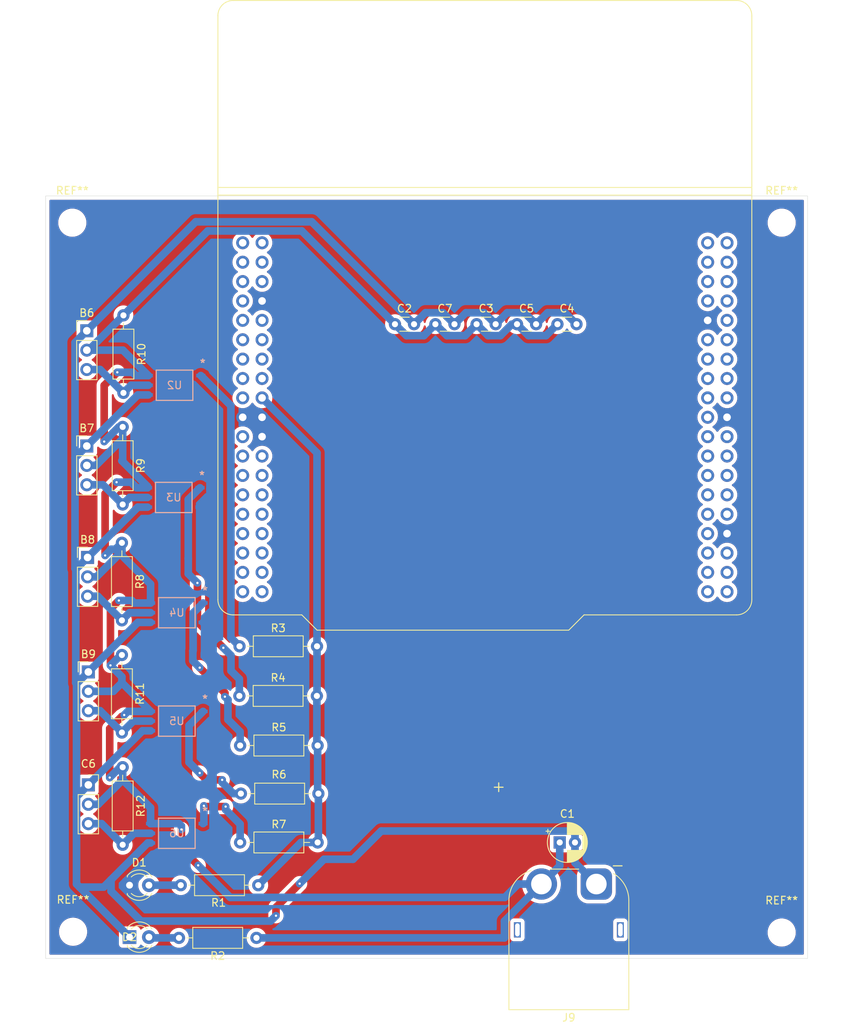
<source format=kicad_pcb>
(kicad_pcb (version 20240108) (generator "pcbnew") (generator_version "8.0")
  (layers (0 "F.Cu" signal) (31 "B.Cu" signal) (34 "B.Paste" user) (35 "F.Paste" user) (36 "B.SilkS" user "B.Silkscreen") (37 "F.SilkS" user "F.Silkscreen") (38 "B.Mask" user) (39 "F.Mask" user) (44 "Edge.Cuts" user))
  (net 0 "")
  (net 1 "GND1")
  (net 2 "VCC")
  (net 3 "PWM1")
  (net 4 "PWM2")
  (net 5 "PWM3")
  (net 6 "PWM4")
  (net 7 "PWM5")
  (net 8 "GND")
  (net 9 "Net-(D1-A)")
  (net 10 "Net-(D2-A)")
  (net 11 "+5V")
  (net 12 "Net-(R3-Pad1)")
  (net 13 "Net-(R4-Pad1)")
  (net 14 "Net-(R5-Pad1)")
  (net 15 "Net-(R6-Pad1)")
  (net 16 "Net-(R7-Pad1)")
  (net 24 "B9")
  (net 53 "B7")
  (net 62 "B8")
  (net 65 "B6")
  (net 70 "C6")
  (footprint "Connector_PinHeader_2.54mm:PinHeader_1x03_P2.54mm_Vertical" (layer "F.Cu") (at 38.7 100.26)
    (property "Reference" "B6" (at 0 -2.33 0) (layer "F.SilkS"))
    (property "Value" "servo")
    (pad "1" thru_hole rect (at 0 0) (size 1.7 1.7) (drill 1) (layers "*.Cu" "*.Mask") (net 1 "GND1"))
    (pad "2" thru_hole oval (at 0 2.54) (size 1.7 1.7) (drill 1) (layers "*.Cu" "*.Mask") (net 2 "VCC"))
    (pad "3" thru_hole oval (at 0 5.08) (size 1.7 1.7) (drill 1) (layers "*.Cu" "*.Mask") (net 3 "PWM1"))
  )
  (footprint "MountingHole:MountingHole_3.2mm_M3" (layer "F.Cu") (at 129.8 86.1)
    (property "Reference" "REF**" (at 0 -4.2 0) (layer "F.SilkS"))
    (property "Value" "MountingHole_3.2mm_M3")
    (pad "" np_thru_hole circle (at 0 0) (size 3.2 3.2) (drill 3.2) (layers "F&B.Cu" "*.Mask"))
  )
  (footprint "Capacitor_THT:C_Disc_D3.0mm_W1.6mm_P2.50mm" (layer "F.Cu") (at 89.8 99.4)
    (property "Reference" "C3" (at 1.25 -2.05 0) (layer "F.SilkS"))
    (property "Value" "0.1u")
    (pad "1" thru_hole circle (at 0 0) (size 1.6 1.6) (drill 0.8) (layers "*.Cu" "*.Mask") (net 2 "VCC"))
    (pad "2" thru_hole circle (at 2.5 0) (size 1.6 1.6) (drill 0.8) (layers "*.Cu" "*.Mask") (net 1 "GND1"))
  )
  (footprint "Resistor_THT:R_Axial_DIN0207_L6.3mm_D2.5mm_P10.16mm_Horizontal" (layer "F.Cu") (at 58.7 148.1)
    (property "Reference" "R4" (at 5.08 -2.37 0) (layer "F.SilkS"))
    (property "Value" "220")
    (pad "1" thru_hole circle (at 0 0) (size 1.6 1.6) (drill 0.8) (layers "*.Cu" "*.Mask") (net 13 "Net-(R4-Pad1)"))
    (pad "2" thru_hole oval (at 10.16 0) (size 1.6 1.6) (drill 0.8) (layers "*.Cu" "*.Mask") (net 11 "+5V"))
  )
  (footprint "Capacitor_THT:CP_Radial_D5.0mm_P2.00mm" (layer "F.Cu") (at 100.7 167.3)
    (property "Reference" "C1" (at 1 -3.75 0) (layer "F.SilkS"))
    (property "Value" "C_Polarized")
    (pad "1" thru_hole rect (at 0 0) (size 1.6 1.6) (drill 0.8) (layers "*.Cu" "*.Mask") (net 2 "VCC"))
    (pad "2" thru_hole circle (at 2 0) (size 1.6 1.6) (drill 0.8) (layers "*.Cu" "*.Mask") (net 1 "GND1"))
  )
  (footprint "Connector_PinHeader_2.54mm:PinHeader_1x03_P2.54mm_Vertical" (layer "F.Cu") (at 38.9 144.96)
    (property "Reference" "B9" (at 0 -2.33 0) (layer "F.SilkS"))
    (property "Value" "servo")
    (pad "1" thru_hole rect (at 0 0) (size 1.7 1.7) (drill 1) (layers "*.Cu" "*.Mask") (net 1 "GND1"))
    (pad "2" thru_hole oval (at 0 2.54) (size 1.7 1.7) (drill 1) (layers "*.Cu" "*.Mask") (net 2 "VCC"))
    (pad "3" thru_hole oval (at 0 5.08) (size 1.7 1.7) (drill 1) (layers "*.Cu" "*.Mask") (net 6 "PWM4"))
  )
  (footprint "Resistor_THT:R_Axial_DIN0207_L6.3mm_D2.5mm_P10.16mm_Horizontal" (layer "F.Cu") (at 43.3 142.74 -90)
    (property "Reference" "R11" (at 5.08 -2.37 90) (layer "F.SilkS"))
    (property "Value" "2k")
    (pad "1" thru_hole circle (at 0 0 270) (size 1.6 1.6) (drill 0.8) (layers "*.Cu" "*.Mask") (net 2 "VCC"))
    (pad "2" thru_hole oval (at 10.16 0 270) (size 1.6 1.6) (drill 0.8) (layers "*.Cu" "*.Mask") (net 6 "PWM4"))
  )
  (footprint "NUCLEO_F446RE:STM32F446RE_Nucleo" (layer "F.Cu") (at 89.8 109.9)
    (property "Reference" "U1" (hide yes))
    (property "Value" "~" (hide yes))
    (pad "1" thru_hole circle (at -28.124214 -5.924214) (size 1.7 1.7) (drill 1) (layers "*.Cu" "*.Mask"))
    (pad "2" thru_hole circle (at -30.664214 -13.544214) (size 1.7 1.7) (drill 1) (layers "*.Cu" "*.Mask"))
    (pad "3" thru_hole circle (at -28.124214 -8.464214) (size 1.7 1.7) (drill 1) (layers "*.Cu" "*.Mask"))
    (pad "4" thru_hole circle (at 30.295786 -13.544214) (size 1.7 1.7) (drill 1) (layers "*.Cu" "*.Mask"))
    (pad "5" thru_hole circle (at -30.664214 -16.084214) (size 1.7 1.7) (drill 1) (layers "*.Cu" "*.Mask"))
    (pad "6" thru_hole circle (at -30.664214 19.475786) (size 1.7 1.7) (drill 1) (layers "*.Cu" "*.Mask"))
    (pad "7" thru_hole circle (at -28.124214 6.775786) (size 1.7 1.7) (drill 1) (layers "*.Cu" "*.Mask"))
    (pad "8" thru_hole circle (at 32.835786 -13.544214) (size 1.7 1.7) (drill 1) (layers "*.Cu" "*.Mask"))
    (pad "9" thru_hole circle (at -28.124214 -16.084214) (size 1.7 1.7) (drill 1) (layers "*.Cu" "*.Mask"))
    (pad "10" thru_hole circle (at -28.124214 -0.844214) (size 1.7 1.7) (drill 1) (layers "*.Cu" "*.Mask") (net 11 "+5V"))
    (pad "11" thru_hole circle (at -28.124214 -3.384214) (size 1.7 1.7) (drill 1) (layers "*.Cu" "*.Mask"))
    (pad "12" thru_hole circle (at -28.124214 11.855786) (size 1.7 1.7) (drill 1) (layers "*.Cu" "*.Mask"))
    (pad "13" thru_hole circle (at -28.124214 14.395786) (size 1.7 1.7) (drill 1) (layers "*.Cu" "*.Mask"))
    (pad "14" thru_hole circle (at 30.295786 22.015786) (size 1.7 1.7) (drill 1) (layers "*.Cu" "*.Mask"))
    (pad "15" thru_hole circle (at 30.295786 24.555786) (size 1.7 1.7) (drill 1) (layers "*.Cu" "*.Mask"))
    (pad "16" thru_hole circle (at -28.124214 16.935786) (size 1.7 1.7) (drill 1) (layers "*.Cu" "*.Mask"))
    (pad "17" thru_hole circle (at 30.295786 -8.464214) (size 1.7 1.7) (drill 1) (layers "*.Cu" "*.Mask"))
    (pad "18" thru_hole circle (at 30.295786 -5.924214) (size 1.7 1.7) (drill 1) (layers "*.Cu" "*.Mask"))
    (pad "19" thru_hole circle (at 30.295786 -3.384214) (size 1.7 1.7) (drill 1) (layers "*.Cu" "*.Mask"))
    (pad "20" thru_hole circle (at 30.295786 6.775786) (size 1.7 1.7) (drill 1) (layers "*.Cu" "*.Mask"))
    (pad "21" thru_hole circle (at 30.295786 4.235786) (size 1.7 1.7) (drill 1) (layers "*.Cu" "*.Mask"))
    (pad "22" thru_hole circle (at 30.295786 19.475786) (size 1.7 1.7) (drill 1) (layers "*.Cu" "*.Mask"))
    (pad "23" thru_hole circle (at 32.835786 -5.924214) (size 1.7 1.7) (drill 1) (layers "*.Cu" "*.Mask"))
    (pad "24" thru_hole circle (at 32.835786 -8.464214) (size 1.7 1.7) (drill 1) (layers "*.Cu" "*.Mask"))
    (pad "25" thru_hole circle (at -30.664214 -5.924214) (size 1.7 1.7) (drill 1) (layers "*.Cu" "*.Mask"))
    (pad "26" thru_hole circle (at -30.664214 -3.384214) (size 1.7 1.7) (drill 1) (layers "*.Cu" "*.Mask"))
    (pad "27" thru_hole circle (at -30.664214 -0.844214) (size 1.7 1.7) (drill 1) (layers "*.Cu" "*.Mask"))
    (pad "28" thru_hole circle (at -28.124214 -18.624214) (size 1.7 1.7) (drill 1) (layers "*.Cu" "*.Mask"))
    (pad "29" thru_hole circle (at -30.664214 14.395786) (size 1.7 1.7) (drill 1) (layers "*.Cu" "*.Mask"))
    (pad "30" thru_hole circle (at -30.664214 16.935786) (size 1.7 1.7) (drill 1) (layers "*.Cu" "*.Mask"))
    (pad "31" thru_hole circle (at -28.124214 19.475786) (size 1.7 1.7) (drill 1) (layers "*.Cu" "*.Mask"))
    (pad "32" thru_hole circle (at 32.835786 6.775786) (size 1.7 1.7) (drill 1) (layers "*.Cu" "*.Mask"))
    (pad "33" thru_hole circle (at 32.835786 4.235786) (size 1.7 1.7) (drill 1) (layers "*.Cu" "*.Mask"))
    (pad "34" thru_hole circle (at 30.295786 16.935786) (size 1.7 1.7) (drill 1) (layers "*.Cu" "*.Mask"))
    (pad "35" thru_hole circle (at 30.295786 11.855786) (size 1.7 1.7) (drill 1) (layers "*.Cu" "*.Mask"))
    (pad "36" thru_hole circle (at 30.295786 14.395786) (size 1.7 1.7) (drill 1) (layers "*.Cu" "*.Mask"))
    (pad "37" thru_hole circle (at 30.295786 -0.844214) (size 1.7 1.7) (drill 1) (layers "*.Cu" "*.Mask") (net 65 "B6"))
    (pad "38" thru_hole circle (at -30.664214 4.235786) (size 1.7 1.7) (drill 1) (layers "*.Cu" "*.Mask") (net 53 "B7"))
    (pad "39" thru_hole circle (at 30.295786 -18.624214) (size 1.7 1.7) (drill 1) (layers "*.Cu" "*.Mask") (net 62 "B8"))
    (pad "40" thru_hole circle (at 30.295786 -16.084214) (size 1.7 1.7) (drill 1) (layers "*.Cu" "*.Mask") (net 24 "B9"))
    (pad "41" thru_hole circle (at 30.295786 9.315786) (size 1.7 1.7) (drill 1) (layers "*.Cu" "*.Mask"))
    (pad "42" thru_hole circle (at 32.835786 -3.384214) (size 1.7 1.7) (drill 1) (layers "*.Cu" "*.Mask"))
    (pad "43" thru_hole circle (at 32.835786 14.395786) (size 1.7 1.7) (drill 1) (layers "*.Cu" "*.Mask"))
    (pad "44" thru_hole circle (at 32.835786 11.855786) (size 1.7 1.7) (drill 1) (layers "*.Cu" "*.Mask"))
    (pad "45" thru_hole circle (at 32.835786 9.315786) (size 1.7 1.7) (drill 1) (layers "*.Cu" "*.Mask"))
    (pad "46" thru_hole circle (at -28.124214 24.555786) (size 1.7 1.7) (drill 1) (layers "*.Cu" "*.Mask"))
    (pad "47" thru_hole circle (at -28.124214 22.015786) (size 1.7 1.7) (drill 1) (layers "*.Cu" "*.Mask"))
    (pad "48" thru_hole circle (at -30.664214 22.015786) (size 1.7 1.7) (drill 1) (layers "*.Cu" "*.Mask"))
    (pad "49" thru_hole circle (at -30.664214 24.555786) (size 1.7 1.7) (drill 1) (layers "*.Cu" "*.Mask"))
    (pad "50" thru_hole circle (at 32.835786 19.475786) (size 1.7 1.7) (drill 1) (layers "*.Cu" "*.Mask"))
    (pad "51" thru_hole circle (at 32.835786 -16.084214) (size 1.7 1.7) (drill 1) (layers "*.Cu" "*.Mask"))
    (pad "52" thru_hole circle (at 32.835786 -18.624214) (size 1.7 1.7) (drill 1) (layers "*.Cu" "*.Mask") (net 70 "C6"))
    (pad "53" thru_hole circle (at 30.295786 1.695786) (size 1.7 1.7) (drill 1) (layers "*.Cu" "*.Mask"))
    (pad "54" thru_hole circle (at 32.835786 -21.164214) (size 1.7 1.7) (drill 1) (layers "*.Cu" "*.Mask"))
    (pad "55" thru_hole circle (at 30.295786 -21.164214) (size 1.7 1.7) (drill 1) (layers "*.Cu" "*.Mask"))
    (pad "56" thru_hole circle (at -30.664214 -21.164214) (size 1.7 1.7) (drill 1) (layers "*.Cu" "*.Mask"))
    (pad "57" thru_hole circle (at -28.124214 -21.164214) (size 1.7 1.7) (drill 1) (layers "*.Cu" "*.Mask"))
    (pad "58" thru_hole circle (at -30.664214 -18.624214) (size 1.7 1.7) (drill 1) (layers "*.Cu" "*.Mask"))
    (pad "59" thru_hole circle (at -30.664214 6.775786) (size 1.7 1.7) (drill 1) (layers "*.Cu" "*.Mask"))
    (pad "60" thru_hole circle (at -30.664214 9.315786) (size 1.7 1.7) (drill 1) (layers "*.Cu" "*.Mask"))
    (pad "61" thru_hole circle (at -30.664214 11.855786) (size 1.7 1.7) (drill 1) (layers "*.Cu" "*.Mask"))
    (pad "62" thru_hole circle (at -30.664214 1.695786) (size 1.7 1.7) (drill 1) (layers "*.Cu" "*.Mask") (net 8 "GND"))
    (pad "62" thru_hole circle (at -28.124214 -13.544214) (size 1.7 1.7) (drill 1) (layers "*.Cu" "*.Mask") (net 8 "GND"))
    (pad "62" thru_hole circle (at -28.124214 1.695786) (size 1.7 1.7) (drill 1) (layers "*.Cu" "*.Mask") (net 8 "GND"))
    (pad "62" thru_hole circle (at -28.124214 4.235786) (size 1.7 1.7) (drill 1) (layers "*.Cu" "*.Mask") (net 8 "GND"))
    (pad "62" thru_hole circle (at 30.295786 -11.004214) (size 1.7 1.7) (drill 1) (layers "*.Cu" "*.Mask") (net 8 "GND"))
    (pad "62" thru_hole circle (at 32.835786 1.695786) (size 1.7 1.7) (drill 1) (layers "*.Cu" "*.Mask") (net 8 "GND"))
    (pad "62" thru_hole circle (at 32.835786 16.935786) (size 1.7 1.7) (drill 1) (layers "*.Cu" "*.Mask") (net 8 "GND"))
    (pad "63" thru_hole circle (at -30.664214 -8.464214) (size 1.7 1.7) (drill 1) (layers "*.Cu" "*.Mask"))
    (pad "64" thru_hole circle (at -28.124214 -11.004214) (size 1.7 1.7) (drill 1) (layers "*.Cu" "*.Mask"))
    (pad "65" thru_hole circle (at -30.664214 -11.004214) (size 1.7 1.7) (drill 1) (layers "*.Cu" "*.Mask"))
    (pad "66" thru_hole circle (at -28.124214 9.315786) (size 1.7 1.7) (drill 1) (layers "*.Cu" "*.Mask"))
    (pad "67" thru_hole circle (at 32.835786 -11.004214) (size 1.7 1.7) (drill 1) (layers "*.Cu" "*.Mask"))
    (pad "68" thru_hole circle (at 32.835786 -0.844214) (size 1.7 1.7) (drill 1) (layers "*.Cu" "*.Mask"))
    (pad "69" thru_hole circle (at 32.835786 22.015786) (size 1.7 1.7) (drill 1) (layers "*.Cu" "*.Mask"))
    (pad "70" thru_hole circle (at 32.835786 24.555786) (size 1.7 1.7) (drill 1) (layers "*.Cu" "*.Mask"))
  )
  (footprint "Connector_PinHeader_2.54mm:PinHeader_1x03_P2.54mm_Vertical" (layer "F.Cu") (at 38.8 129.96)
    (property "Reference" "B8" (at 0 -2.33 0) (layer "F.SilkS"))
    (property "Value" "servo")
    (pad "1" thru_hole rect (at 0 0) (size 1.7 1.7) (drill 1) (layers "*.Cu" "*.Mask") (net 1 "GND1"))
    (pad "2" thru_hole oval (at 0 2.54) (size 1.7 1.7) (drill 1) (layers "*.Cu" "*.Mask") (net 2 "VCC"))
    (pad "3" thru_hole oval (at 0 5.08) (size 1.7 1.7) (drill 1) (layers "*.Cu" "*.Mask") (net 5 "PWM3"))
  )
  (footprint "Connector_AMASS:AMASS_XT60PW-M_1x02_P7.20mm_Horizontal" (layer "F.Cu") (at 105.5 172.75 180)
    (property "Reference" "J9" (at 3.6 -17.5 0) (layer "F.SilkS"))
    (property "Value" "power" (hide yes))
    (fp_text user "-" (at -2.8 2.5 0) (layer "F.SilkS") (effects (font (size 1.5 1.5))))
    (fp_text user "+" (at 12.8 12.8 0) (layer "F.SilkS") (effects (font (size 1.5 1.5))))
    (pad "" thru_hole rect (at -3.15 -6 180) (size 0.9 2) (drill oval 0.6 1.7) (layers "*.Cu" "*.Mask"))
    (pad "" thru_hole rect (at 10.35 -6 180) (size 0.9 2) (drill oval 0.6 1.7) (layers "*.Cu" "*.Mask"))
    (pad "1" thru_hole roundrect (at 0 0 180) (size 4.1 4.1) (drill 2.7) (layers "*.Cu" "*.Mask") (net 1 "GND1"))
    (pad "2" thru_hole circle (at 7.2 0 180) (size 4.1 4.1) (drill 2.7) (layers "*.Cu" "*.Mask") (net 2 "VCC"))
  )
  (footprint "Resistor_THT:R_Axial_DIN0207_L6.3mm_D2.5mm_P10.16mm_Horizontal" (layer "F.Cu") (at 60.94 179.8 180)
    (property "Reference" "R2" (at 5.08 -2.37 0) (layer "F.SilkS"))
    (property "Value" "220")
    (pad "1" thru_hole circle (at 0 0 180) (size 1.6 1.6) (drill 0.8) (layers "*.Cu" "*.Mask") (net 2 "VCC"))
    (pad "2" thru_hole oval (at 10.16 0 180) (size 1.6 1.6) (drill 0.8) (layers "*.Cu" "*.Mask") (net 10 "Net-(D2-A)"))
  )
  (footprint "Resistor_THT:R_Axial_DIN0207_L6.3mm_D2.5mm_P10.16mm_Horizontal" (layer "F.Cu") (at 58.8 154.6)
    (property "Reference" "R5" (at 5.08 -2.37 0) (layer "F.SilkS"))
    (property "Value" "220")
    (pad "1" thru_hole circle (at 0 0) (size 1.6 1.6) (drill 0.8) (layers "*.Cu" "*.Mask") (net 14 "Net-(R5-Pad1)"))
    (pad "2" thru_hole oval (at 10.16 0) (size 1.6 1.6) (drill 0.8) (layers "*.Cu" "*.Mask") (net 11 "+5V"))
  )
  (footprint "LED_THT:LED_D3.0mm" (layer "F.Cu") (at 44.3 172.9)
    (property "Reference" "D1" (at 1.27 -2.96 0) (layer "F.SilkS"))
    (property "Value" "LED")
    (pad "1" thru_hole rect (at 0 0) (size 1.8 1.8) (drill 0.9) (layers "*.Cu" "*.Mask") (net 8 "GND"))
    (pad "2" thru_hole circle (at 2.54 0) (size 1.8 1.8) (drill 0.9) (layers "*.Cu" "*.Mask") (net 9 "Net-(D1-A)"))
  )
  (footprint "Resistor_THT:R_Axial_DIN0207_L6.3mm_D2.5mm_P10.16mm_Horizontal" (layer "F.Cu") (at 43.3 128.04 -90)
    (property "Reference" "R8" (at 5.08 -2.37 90) (layer "F.SilkS"))
    (property "Value" "2k")
    (pad "1" thru_hole circle (at 0 0 270) (size 1.6 1.6) (drill 0.8) (layers "*.Cu" "*.Mask") (net 2 "VCC"))
    (pad "2" thru_hole oval (at 10.16 0 270) (size 1.6 1.6) (drill 0.8) (layers "*.Cu" "*.Mask") (net 5 "PWM3"))
  )
  (footprint "Resistor_THT:R_Axial_DIN0207_L6.3mm_D2.5mm_P10.16mm_Horizontal" (layer "F.Cu") (at 43.4 157.44 -90)
    (property "Reference" "R12" (at 5.08 -2.37 90) (layer "F.SilkS"))
    (property "Value" "2k")
    (pad "1" thru_hole circle (at 0 0 270) (size 1.6 1.6) (drill 0.8) (layers "*.Cu" "*.Mask") (net 2 "VCC"))
    (pad "2" thru_hole oval (at 10.16 0 270) (size 1.6 1.6) (drill 0.8) (layers "*.Cu" "*.Mask") (net 7 "PWM5"))
  )
  (footprint "Resistor_THT:R_Axial_DIN0207_L6.3mm_D2.5mm_P10.16mm_Horizontal" (layer "F.Cu") (at 58.72 141.6)
    (property "Reference" "R3" (at 5.08 -2.37 0) (layer "F.SilkS"))
    (property "Value" "220")
    (pad "1" thru_hole circle (at 0 0) (size 1.6 1.6) (drill 0.8) (layers "*.Cu" "*.Mask") (net 12 "Net-(R3-Pad1)"))
    (pad "2" thru_hole oval (at 10.16 0) (size 1.6 1.6) (drill 0.8) (layers "*.Cu" "*.Mask") (net 11 "+5V"))
  )
  (footprint "Connector_PinHeader_2.54mm:PinHeader_1x03_P2.54mm_Vertical" (layer "F.Cu") (at 38.7 115.36)
    (property "Reference" "B7" (at 0 -2.33 0) (layer "F.SilkS"))
    (property "Value" "servo")
    (pad "1" thru_hole rect (at 0 0) (size 1.7 1.7) (drill 1) (layers "*.Cu" "*.Mask") (net 1 "GND1"))
    (pad "2" thru_hole oval (at 0 2.54) (size 1.7 1.7) (drill 1) (layers "*.Cu" "*.Mask") (net 2 "VCC"))
    (pad "3" thru_hole oval (at 0 5.08) (size 1.7 1.7) (drill 1) (layers "*.Cu" "*.Mask") (net 4 "PWM2"))
  )
  (footprint "Resistor_THT:R_Axial_DIN0207_L6.3mm_D2.5mm_P10.16mm_Horizontal" (layer "F.Cu") (at 43.5 98.24 -90)
    (property "Reference" "R10" (at 5.08 -2.37 90) (layer "F.SilkS"))
    (property "Value" "2k")
    (pad "1" thru_hole circle (at 0 0 270) (size 1.6 1.6) (drill 0.8) (layers "*.Cu" "*.Mask") (net 2 "VCC"))
    (pad "2" thru_hole oval (at 10.16 0 270) (size 1.6 1.6) (drill 0.8) (layers "*.Cu" "*.Mask") (net 3 "PWM1"))
  )
  (footprint "MountingHole:MountingHole_3.2mm_M3" (layer "F.Cu") (at 36.8 86.1)
    (property "Reference" "REF**" (at 0 -4.2 0) (layer "F.SilkS"))
    (property "Value" "MountingHole_3.2mm_M3")
    (pad "" np_thru_hole circle (at 0 0) (size 3.2 3.2) (drill 3.2) (layers "*.Cu" "*.Mask"))
  )
  (footprint "Capacitor_THT:C_Disc_D3.0mm_W1.6mm_P2.50mm" (layer "F.Cu") (at 100.4 99.4)
    (property "Reference" "C4" (at 1.25 -2.05 0) (layer "F.SilkS"))
    (property "Value" "0.1u")
    (pad "1" thru_hole circle (at 0 0) (size 1.6 1.6) (drill 0.8) (layers "*.Cu" "*.Mask") (net 2 "VCC"))
    (pad "2" thru_hole circle (at 2.5 0) (size 1.6 1.6) (drill 0.8) (layers "*.Cu" "*.Mask") (net 1 "GND1"))
  )
  (footprint "Capacitor_THT:C_Disc_D3.0mm_W1.6mm_P2.50mm" (layer "F.Cu") (at 84.4 99.4)
    (property "Reference" "C7" (at 1.25 -2.05 0) (layer "F.SilkS"))
    (property "Value" "0.1u")
    (pad "1" thru_hole circle (at 0 0) (size 1.6 1.6) (drill 0.8) (layers "*.Cu" "*.Mask") (net 2 "VCC"))
    (pad "2" thru_hole circle (at 2.5 0) (size 1.6 1.6) (drill 0.8) (layers "*.Cu" "*.Mask") (net 1 "GND1"))
  )
  (footprint "Resistor_THT:R_Axial_DIN0207_L6.3mm_D2.5mm_P10.16mm_Horizontal" (layer "F.Cu") (at 58.8 167.3)
    (property "Reference" "R7" (at 5.08 -2.37 0) (layer "F.SilkS"))
    (property "Value" "220")
    (pad "1" thru_hole circle (at 0 0) (size 1.6 1.6) (drill 0.8) (layers "*.Cu" "*.Mask") (net 16 "Net-(R7-Pad1)"))
    (pad "2" thru_hole oval (at 10.16 0) (size 1.6 1.6) (drill 0.8) (layers "*.Cu" "*.Mask") (net 11 "+5V"))
  )
  (footprint "Connector_PinSocket_2.54mm:PinSocket_1x03_P2.54mm_Vertical" (layer "F.Cu") (at 38.9 159.76)
    (property "Reference" "C6" (at 0 -2.77 0) (layer "F.SilkS"))
    (property "Value" "servo")
    (pad "1" thru_hole rect (at 0 0) (size 1.7 1.7) (drill 1) (layers "*.Cu" "*.Mask") (net 1 "GND1"))
    (pad "2" thru_hole oval (at 0 2.54) (size 1.7 1.7) (drill 1) (layers "*.Cu" "*.Mask") (net 2 "VCC"))
    (pad "3" thru_hole oval (at 0 5.08) (size 1.7 1.7) (drill 1) (layers "*.Cu" "*.Mask") (net 7 "PWM5"))
  )
  (footprint "MountingHole:MountingHole_3.2mm_M3" (layer "F.Cu") (at 36.9 179)
    (property "Reference" "REF**" (at 0 -4.2 0) (layer "F.SilkS"))
    (property "Value" "MountingHole_3.2mm_M3")
    (pad "" np_thru_hole circle (at 0 0) (size 3.2 3.2) (drill 3.2) (layers "F&B.Cu" "*.Mask"))
  )
  (footprint "Capacitor_THT:C_Disc_D3.0mm_W1.6mm_P2.50mm" (layer "F.Cu") (at 95.1 99.4)
    (property "Reference" "C5" (at 1.25 -2.05 0) (layer "F.SilkS"))
    (property "Value" "0.1u")
    (pad "1" thru_hole circle (at 0 0) (size 1.6 1.6) (drill 0.8) (layers "*.Cu" "*.Mask") (net 2 "VCC"))
    (pad "2" thru_hole circle (at 2.5 0) (size 1.6 1.6) (drill 0.8) (layers "*.Cu" "*.Mask") (net 1 "GND1"))
  )
  (footprint "LED_THT:LED_D3.0mm" (layer "F.Cu") (at 44.3 179.7)
    (property "Reference" "D2" (at 0 0 0) (layer "F.SilkS"))
    (property "Value" "LED")
    (pad "1" thru_hole rect (at 0 0) (size 1.8 1.8) (drill 0.9) (layers "*.Cu" "*.Mask") (net 1 "GND1"))
    (pad "2" thru_hole circle (at 2.54 0) (size 1.8 1.8) (drill 0.9) (layers "*.Cu" "*.Mask") (net 10 "Net-(D2-A)"))
  )
  (footprint "Resistor_THT:R_Axial_DIN0207_L6.3mm_D2.5mm_P10.16mm_Horizontal" (layer "F.Cu") (at 43.4 112.86 -90)
    (property "Reference" "R9" (at 5.08 -2.37 90) (layer "F.SilkS"))
    (property "Value" "2k")
    (pad "1" thru_hole circle (at 0 0 270) (size 1.6 1.6) (drill 0.8) (layers "*.Cu" "*.Mask") (net 2 "VCC"))
    (pad "2" thru_hole oval (at 10.16 0 270) (size 1.6 1.6) (drill 0.8) (layers "*.Cu" "*.Mask") (net 4 "PWM2"))
  )
  (footprint "Resistor_THT:R_Axial_DIN0207_L6.3mm_D2.5mm_P10.16mm_Horizontal" (layer "F.Cu") (at 61.175 172.9 180)
    (property "Reference" "R1" (at 5.2 -2.3 0) (layer "F.SilkS"))
    (property "Value" "220")
    (pad "1" thru_hole circle (at 0 0 180) (size 1.6 1.6) (drill 0.8) (layers "*.Cu" "*.Mask") (net 11 "+5V"))
    (pad "2" thru_hole oval (at 10.16 0 180) (size 1.6 1.6) (drill 0.8) (layers "*.Cu" "*.Mask") (net 9 "Net-(D1-A)"))
  )
  (footprint "Capacitor_THT:C_Disc_D3.0mm_W1.6mm_P2.50mm" (layer "F.Cu") (at 79.1 99.4)
    (property "Reference" "C2" (at 1.25 -2.05 0) (layer "F.SilkS"))
    (property "Value" "0.1u")
    (pad "1" thru_hole circle (at 0 0) (size 1.6 1.6) (drill 0.8) (layers "*.Cu" "*.Mask") (net 2 "VCC"))
    (pad "2" thru_hole circle (at 2.5 0) (size 1.6 1.6) (drill 0.8) (layers "*.Cu" "*.Mask") (net 1 "GND1"))
  )
  (footprint "MountingHole:MountingHole_3.2mm_M3" (layer "F.Cu") (at 129.8 179.1)
    (property "Reference" "REF**" (at 0 -4.2 0) (layer "F.SilkS"))
    (property "Value" "MountingHole_3.2mm_M3")
    (pad "" np_thru_hole circle (at 0 0) (size 3.2 3.2) (drill 3.2) (layers "F&B.Cu" "*.Mask"))
  )
  (footprint "Resistor_THT:R_Axial_DIN0207_L6.3mm_D2.5mm_P10.16mm_Horizontal" (layer "F.Cu") (at 58.9 160.9)
    (property "Reference" "R6" (at 5 -2.5 0) (layer "F.SilkS"))
    (property "Value" "220")
    (pad "1" thru_hole circle (at 0 0) (size 1.6 1.6) (drill 0.8) (layers "*.Cu" "*.Mask") (net 15 "Net-(R6-Pad1)"))
    (pad "2" thru_hole oval (at 10.16 0) (size 1.6 1.6) (drill 0.8) (layers "*.Cu" "*.Mask") (net 11 "+5V"))
  )
  (footprint "footprints:5pin SO6_TOS" (layer "B.Cu") (at 50.2 107.4 180)
    (property "Reference" "U2" (at 0 0 0) (layer "B.SilkS") (effects (justify mirror)))
    (property "Value" "TLP2304")
    (fp_text user "*" (at -3.6957 2.879344 0) (layer "B.SilkS") (effects (justify mirror)))
    (fp_text user "*" (at -3.6957 2.879344 0) (layer "B.SilkS") (effects (justify mirror)))
    (pad "1" smd rect (at -3.4417 1.27 180) (size 1.208024 0.466344) (layers "B.Cu" "B.Paste" "B.Mask") (net 12 "Net-(R3-Pad1)"))
    (pad "3" smd rect (at -3.4417 -1.27 180) (size 1.208024 0.466344) (layers "B.Cu" "B.Paste" "B.Mask") (net 8 "GND"))
    (pad "4" smd rect (at 3.4417 -1.27 180) (size 1.208024 0.466344) (layers "B.Cu" "B.Paste" "B.Mask") (net 1 "GND1"))
    (pad "5" smd rect (at 3.4417 0 180) (size 1.208024 0.466344) (layers "B.Cu" "B.Paste" "B.Mask") (net 3 "PWM1"))
    (pad "6" smd rect (at 3.4417 1.27 180) (size 1.208024 0.466344) (layers "B.Cu" "B.Paste" "B.Mask") (net 2 "VCC"))
  )
  (footprint "footprints:5pin SO6_TOS" (layer "B.Cu") (at 50.1 122.1 180)
    (property "Reference" "U3" (at 0 0 0) (layer "B.SilkS") (effects (justify mirror)))
    (property "Value" "TLP2304")
    (fp_text user "*" (at -3.6957 2.879344 0) (layer "B.SilkS") (effects (justify mirror)))
    (fp_text user "*" (at -3.6957 2.879344 0) (layer "B.SilkS") (effects (justify mirror)))
    (pad "1" smd rect (at -3.4417 1.27 180) (size 1.208024 0.466344) (layers "B.Cu" "B.Paste" "B.Mask") (net 13 "Net-(R4-Pad1)"))
    (pad "3" smd rect (at -3.4417 -1.27 180) (size 1.208024 0.466344) (layers "B.Cu" "B.Paste" "B.Mask") (net 8 "GND"))
    (pad "4" smd rect (at 3.4417 -1.27 180) (size 1.208024 0.466344) (layers "B.Cu" "B.Paste" "B.Mask") (net 1 "GND1"))
    (pad "5" smd rect (at 3.4417 0 180) (size 1.208024 0.466344) (layers "B.Cu" "B.Paste" "B.Mask") (net 4 "PWM2"))
    (pad "6" smd rect (at 3.4417 1.27 180) (size 1.208024 0.466344) (layers "B.Cu" "B.Paste" "B.Mask") (net 2 "VCC"))
  )
  (footprint "footprints:5pin SO6_TOS" (layer "B.Cu") (at 50.5 151.4 180)
    (property "Reference" "U5" (at 0 0 0) (layer "B.SilkS") (effects (justify mirror)))
    (property "Value" "TLP2304")
    (fp_text user "*" (at -3.6957 2.879344 0) (layer "B.SilkS") (effects (justify mirror)))
    (fp_text user "*" (at -3.6957 2.879344 0) (layer "B.SilkS") (effects (justify mirror)))
    (pad "1" smd rect (at -3.4417 1.27 180) (size 1.208024 0.466344) (layers "B.Cu" "B.Paste" "B.Mask") (net 15 "Net-(R6-Pad1)"))
    (pad "3" smd rect (at -3.4417 -1.27 180) (size 1.208024 0.466344) (layers "B.Cu" "B.Paste" "B.Mask") (net 8 "GND"))
    (pad "4" smd rect (at 3.4417 -1.27 180) (size 1.208024 0.466344) (layers "B.Cu" "B.Paste" "B.Mask") (net 1 "GND1"))
    (pad "5" smd rect (at 3.4417 0 180) (size 1.208024 0.466344) (layers "B.Cu" "B.Paste" "B.Mask") (net 6 "PWM4"))
    (pad "6" smd rect (at 3.4417 1.27 180) (size 1.208024 0.466344) (layers "B.Cu" "B.Paste" "B.Mask") (net 2 "VCC"))
  )
  (footprint "footprints:5pin SO6_TOS" (layer "B.Cu") (at 50.5 137.2 180)
    (property "Reference" "U4" (at 0 0 0) (layer "B.SilkS") (effects (justify mirror)))
    (property "Value" "TLP2304")
    (fp_text user "*" (at -3.6957 2.879344 0) (layer "B.SilkS") (effects (justify mirror)))
    (fp_text user "*" (at -3.6957 2.879344 0) (layer "B.SilkS") (effects (justify mirror)))
    (pad "1" smd rect (at -3.4417 1.27 180) (size 1.208024 0.466344) (layers "B.Cu" "B.Paste" "B.Mask") (net 14 "Net-(R5-Pad1)"))
    (pad "3" smd rect (at -3.4417 -1.27 180) (size 1.208024 0.466344) (layers "B.Cu" "B.Paste" "B.Mask") (net 8 "GND"))
    (pad "4" smd rect (at 3.4417 -1.27 180) (size 1.208024 0.466344) (layers "B.Cu" "B.Paste" "B.Mask") (net 1 "GND1"))
    (pad "5" smd rect (at 3.4417 0 180) (size 1.208024 0.466344) (layers "B.Cu" "B.Paste" "B.Mask") (net 5 "PWM3"))
    (pad "6" smd rect (at 3.4417 1.27 180) (size 1.208024 0.466344) (layers "B.Cu" "B.Paste" "B.Mask") (net 2 "VCC"))
  )
  (footprint "footprints:5pin SO6_TOS" (layer "B.Cu") (at 50.5 166.1 180)
    (property "Reference" "U6" (at 0 0 0) (layer "B.SilkS") (effects (justify mirror)))
    (property "Value" "TLP2304")
    (fp_text user "*" (at -3.6957 2.879344 0) (layer "B.SilkS") (effects (justify mirror)))
    (fp_text user "*" (at -3.6957 2.879344 0) (layer "B.SilkS") (effects (justify mirror)))
    (pad "1" smd rect (at -3.4417 1.27 180) (size 1.208024 0.466344) (layers "B.Cu" "B.Paste" "B.Mask") (net 16 "Net-(R7-Pad1)"))
    (pad "3" smd rect (at -3.4417 -1.27 180) (size 1.208024 0.466344) (layers "B.Cu" "B.Paste" "B.Mask") (net 8 "GND"))
    (pad "4" smd rect (at 3.4417 -1.27 180) (size 1.208024 0.466344) (layers "B.Cu" "B.Paste" "B.Mask") (net 1 "GND1"))
    (pad "5" smd rect (at 3.4417 0 180) (size 1.208024 0.466344) (layers "B.Cu" "B.Paste" "B.Mask") (net 7 "PWM5"))
    (pad "6" smd rect (at 3.4417 1.27 180) (size 1.208024 0.466344) (layers "B.Cu" "B.Paste" "B.Mask") (net 2 "VCC"))
  )
  (gr_rect (start 33.3 82.6) (end 133.2 182.5) (stroke (width 0.05)) (fill none) (layer "Edge.Cuts"))
  (segment (start 63.5 175.8) (end 66.6 172.7) (width 1) (layer "F.Cu") (net 1))
  (segment (start 63.5 176.9) (end 63.5 175.8) (width 1) (layer "F.Cu") (net 1))
  (via (at 63.5 176.9) (size 0.6) (drill 0.3) (layers "F.Cu" "B.Cu") (net 1))
  (via (at 66.6 172.7) (size 0.6) (drill 0.3) (layers "F.Cu" "B.Cu") (net 1))
  (segment (start 102.7 167.3) (end 102.7 166.16863) (width 1) (layer "B.Cu") (net 1))
  (segment (start 37.75 173.15) (end 37.35 172.75) (width 1) (layer "B.Cu") (net 1))
  (segment (start 83.1 97.9) (end 81.6 99.4) (width 1) (layer "B.Cu") (net 1))
  (segment (start 97.6 99.4) (end 96.1 97.9) (width 1) (layer "B.Cu") (net 1))
  (segment (start 52.974214 85.985786) (end 38.7 100.26) (width 1) (layer "B.Cu") (net 1))
  (segment (start 38.9 144.96) (end 37.35 146.51) (width 1) (layer "B.Cu") (net 1))
  (segment (start 46.6583 123.37) (end 45.39 123.37) (width 1) (layer "B.Cu") (net 1))
  (segment (start 44.3 179.7) (end 37.75 173.15) (width 1) (layer "B.Cu") (net 1))
  (segment (start 99.1 97.9) (end 97.6 99.4) (width 1) (layer "B.Cu") (net 1))
  (segment (start 102.7 167.3) (end 102.7 169.95) (width 1) (layer "B.Cu") (net 1))
  (segment (start 77.3 165.8) (end 73.6 169.5) (width 1) (layer "B.Cu") (net 1))
  (segment (start 41.87873 172.17873) (end 41.87873 173.67873) (width 1) (layer "B.Cu") (net 1))
  (segment (start 102.9 99.4) (end 101.4 97.9) (width 1) (layer "B.Cu") (net 1))
  (segment (start 102.7 169.95) (end 105.5 172.75) (width 1) (layer "B.Cu") (net 1))
  (segment (start 56.1 177.6) (end 62.8 177.6) (width 1) (layer "B.Cu") (net 1))
  (segment (start 81.6 99.4) (end 68.185786 85.985786) (width 1) (layer "B.Cu") (net 1))
  (segment (start 102.7 166.16863) (end 102.33137 165.8) (width 1) (layer "B.Cu") (net 1))
  (segment (start 40.90746 173.15) (end 37.75 173.15) (width 1) (layer "B.Cu") (net 1))
  (segment (start 37.15 131.41) (end 37.25 131.51) (width 1) (layer "B.Cu") (net 1))
  (segment (start 73.6 169.5) (end 69.8 169.5) (width 1) (layer "B.Cu") (net 1))
  (segment (start 41.87873 172.17873) (end 40.90746 173.15) (width 1) (layer "B.Cu") (net 1))
  (segment (start 69.8 169.5) (end 66.6 172.7) (width 1) (layer "B.Cu") (net 1))
  (segment (start 92.3 99.4) (end 90.8 97.9) (width 1) (layer "B.Cu") (net 1))
  (segment (start 90.8 97.9) (end 88.4 97.9) (width 1) (layer "B.Cu") (net 1))
  (segment (start 47.0583 167.37) (end 46.68746 167.37) (width 1) (layer "B.Cu") (net 1))
  (segment (start 85.4 97.9) (end 83.1 97.9) (width 1) (layer "B.Cu") (net 1))
  (segment (start 45.39 138.47) (end 38.9 144.96) (width 1) (layer "B.Cu") (net 1))
  (segment (start 88.4 97.9) (end 86.9 99.4) (width 1) (layer "B.Cu") (net 1))
  (segment (start 37.15 101.81) (end 37.15 116.91) (width 1) (layer "B.Cu") (net 1))
  (segment (start 45.8 177.6) (end 56.1 177.6) (width 1) (layer "B.Cu") (net 1))
  (segment (start 47.0583 152.67) (end 45.99 152.67) (width 1) (layer "B.Cu") (net 1))
  (segment (start 45.39 123.37) (end 38.8 129.96) (width 1) (layer "B.Cu") (net 1))
  (segment (start 45.99 152.67) (end 38.9 159.76) (width 1) (layer "B.Cu") (net 1))
  (segment (start 62.8 177.6) (end 63.5 176.9) (width 1) (layer "B.Cu") (net 1))
  (segment (start 86.9 99.4) (end 85.4 97.9) (width 1) (layer "B.Cu") (net 1))
  (segment (start 37.35 161.31) (end 38.9 159.76) (width 1) (layer "B.Cu") (net 1))
  (segment (start 96.1 97.9) (end 93.8 97.9) (width 1) (layer "B.Cu") (net 1))
  (segment (start 101.4 97.9) (end 99.1 97.9) (width 1) (layer "B.Cu") (net 1))
  (segment (start 38.8 129.96) (end 37.25 131.51) (width 1) (layer "B.Cu") (net 1))
  (segment (start 93.8 97.9) (end 92.3 99.4) (width 1) (layer "B.Cu") (net 1))
  (segment (start 47.0583 138.47) (end 45.39 138.47) (width 1) (layer "B.Cu") (net 1))
  (segment (start 68.185786 85.985786) (end 52.974214 85.985786) (width 1) (layer "B.Cu") (net 1))
  (segment (start 46.68746 167.37) (end 41.87873 172.17873) (width 1) (layer "B.Cu") (net 1))
  (segment (start 45.39 108.67) (end 46.7583 108.67) (width 1) (layer "B.Cu") (net 1))
  (segment (start 37.25 131.51) (end 37.25 146.41) (width 1) (layer "B.Cu") (net 1))
  (segment (start 102.33137 165.8) (end 77.3 165.8) (width 1) (layer "B.Cu") (net 1))
  (segment (start 41.87873 173.67873) (end 45.8 177.6) (width 1) (layer "B.Cu") (net 1))
  (segment (start 37.35 146.51) (end 37.35 161.31) (width 1) (layer "B.Cu") (net 1))
  (segment (start 38.7 115.36) (end 37.15 116.91) (width 1) (layer "B.Cu") (net 1))
  (segment (start 37.25 146.41) (end 37.35 146.51) (width 1) (layer "B.Cu") (net 1))
  (segment (start 37.35 172.75) (end 37.35 161.31) (width 1) (layer "B.Cu") (net 1))
  (segment (start 37.15 116.91) (end 37.15 131.41) (width 1) (layer "B.Cu") (net 1))
  (segment (start 38.7 115.36) (end 45.39 108.67) (width 1) (layer "B.Cu") (net 1))
  (segment (start 38.7 100.26) (end 37.15 101.81) (width 1) (layer "B.Cu") (net 1))
  (segment (start 41.8 136.7) (end 42.9 135.6) (width 1) (layer "F.Cu") (net 2))
  (segment (start 41.7 152.378679) (end 41.7 158.8) (width 1) (layer "F.Cu") (net 2))
  (segment (start 40.978528 114.778528) (end 40.978528 107.421472) (width 1) (layer "F.Cu") (net 2))
  (segment (start 40.978528 107.421472) (end 42.7 105.7) (width 1) (layer "F.Cu") (net 2))
  (segment (start 41.1 121.6) (end 42.6 120.1) (width 1) (layer "F.Cu") (net 2))
  (segment (start 43.4 150.8) (end 43.278679 150.8) (width 1) (layer "F.Cu") (net 2))
  (segment (start 38.7 102.8) (end 38.94 102.8) (width 1) (layer "F.Cu") (net 2))
  (segment (start 41.8 144.1) (end 41.8 136.7) (width 1) (layer "F.Cu") (net 2))
  (segment (start 51.1 168.1) (end 53.3 170.3) (width 1) (layer "F.Cu") (net 2))
  (segment (start 43.6 150.6) (end 43.4 150.8) (width 1) (layer "F.Cu") (net 2))
  (segment (start 51.1 165.6) (end 51.1 168.1) (width 1) (layer "F.Cu") (net 2))
  (segment (start 41.1 129.7) (end 41.1 121.6) (width 1) (layer "F.Cu") (net 2))
  (segment (start 43.278679 150.8) (end 41.7 152.378679) (width 1) (layer "F.Cu") (net 2))
  (via (at 40.978528 114.778528) (size 0.6) (drill 0.3) (layers "F.Cu" "B.Cu") (net 2))
  (via (at 42.7 105.7) (size 0.6) (drill 0.3) (layers "F.Cu" "B.Cu") (net 2))
  (via (at 53.3 170.3) (size 0.6) (drill 0.3) (layers "F.Cu" "B.Cu") (net 2))
  (via (at 42.9 135.6) (size 0.6) (drill 0.3) (layers "F.Cu" "B.Cu") (net 2))
  (via (at 43.6 150.6) (size 0.6) (drill 0.3) (layers "F.Cu" "B.Cu") (net 2))
  (via (at 41.8 144.1) (size 0.6) (drill 0.3) (layers "F.Cu" "B.Cu") (net 2))
  (via (at 51.1 165.6) (size 0.6) (drill 0.3) (layers "F.Cu" "B.Cu") (net 2))
  (via (at 42.6 120.1) (size 0.6) (drill 0.3) (layers "F.Cu" "B.Cu") (net 2))
  (via (at 41.1 129.7) (size 0.6) (drill 0.3) (layers "F.Cu" "B.Cu") (net 2))
  (via (at 41.7 158.8) (size 0.6) (drill 0.3) (layers "F.Cu" "B.Cu") (net 2))
  (segment (start 38.9 147.5) (end 42.1717 147.5) (width 1) (layer "B.Cu") (net 2))
  (segment (start 98.3 172.75) (end 95.25 172.75) (width 1) (layer "B.Cu") (net 2))
  (segment (start 43.3 129.17137) (end 39.97137 132.5) (width 1) (layer "B.Cu") (net 2))
  (segment (start 42.44 128.9) (end 41.8 128.9) (width 1) (layer "B.Cu") (net 2))
  (segment (start 44.6 135.6) (end 42.9 135.6) (width 1) (layer "B.Cu") (net 2))
  (segment (start 95.1 99.4) (end 94.421321 99.4) (width 1) (layer "B.Cu") (net 2))
  (segment (start 43.3 142.74) (end 43.16 142.74) (width 1) (layer "B.Cu") (net 2))
  (segment (start 89.8 99.4) (end 88.3 100.9) (width 1) (layer "B.Cu") (net 2))
  (segment (start 43.4283 102.8) (end 38.7 102.8) (width 1) (layer "B.Cu") (net 2))
  (segment (start 47.0583 150.13) (end 44.07 150.13) (width 1) (layer "B.Cu") (net 2))
  (segment (start 84.4 99.4) (end 82.9 100.9) (width 1) (layer "B.Cu") (net 2))
  (segment (start 85.9 100.9) (end 84.4 99.4) (width 1) (layer "B.Cu") (net 2))
  (segment (start 43.4 157.44) (end 43.06 157.44) (width 1) (layer "B.Cu") (net 2))
  (segment (start 38.7 117.9) (end 39.902081 117.9) (width 1) (layer "B.Cu") (net 2))
  (segment (start 80.6 100.9) (end 79.1 99.4) (width 1) (layer "B.Cu") (net 2))
  (segment (start 43.4 114.402081) (end 39.902081 117.9) (width 1) (layer "B.Cu") (net 2))
  (segment (start 91.3 100.9) (end 89.8 99.4) (width 1) (layer "B.Cu") (net 2))
  (segment (start 93.5 174.5) (end 57.5 174.5) (width 1) (layer "B.Cu") (net 2))
  (segment (start 43.4 157.44) (end 43.4 159.1) (width 1) (layer "B.Cu") (net 2))
  (segment (start 43.5 98.24) (end 38.94 102.8) (width 1) (layer "B.Cu") (net 2))
  (segment (start 43.4 112.86) (end 43.4 114.402081) (width 1) (layer "B.Cu") (net 2))
  (segment (start 54.554214 87.185786) (end 43.5 98.24) (width 1) (layer "B.Cu") (net 2))
  (segment (start 100.7 167.3) (end 100.7 170.35) (width 1) (layer "B.Cu") (net 2))
  (segment (start 46.6583 120.6583) (end 43.3 117.3) (width 1) (layer "B.Cu") (net 2))
  (segment (start 66.885786 87.185786) (end 54.554214 87.185786) (width 1) (layer "B.Cu") (net 2))
  (segment (start 47.0583 164.83) (end 50.79 164.83) (width 1) (layer "B.Cu") (net 2))
  (segment (start 96.6 100.9) (end 95.1 99.4) (width 1) (layer "B.Cu") (net 2))
  (segment (start 43.4 117.2) (end 43.4 114.402081) (width 1) (layer "B.Cu") (net 2))
  (segment (start 43.06 157.44) (end 41.7 158.8) (width 1) (layer "B.Cu") (net 2))
  (segment (start 47.0583 135.93) (end 44.93 135.93) (width 1) (layer "B.Cu") (net 2))
  (segment (start 42.44 128.9) (end 41.9 128.9) (width 1) (layer "B.Cu") (net 2))
  (segment (start 45.2 120.8) (end 44.5 120.1) (width 1) (layer "B.Cu") (net 2))
  (segment (start 88.3 100.9) (end 85.9 100.9) (width 1) (layer "B.Cu") (net 2))
  (segment (start 43.16 142.74) (end 41.8 144.1) (width 1) (layer "B.Cu") (net 2))
  (segment (start 44.9 135.9) (end 44.6 135.6) (width 1) (layer "B.Cu") (net 2))
  (segment (start 93.45 177.6) (end 98.3 172.75) (width 1) (layer "B.Cu") (net 2))
  (segment (start 60.94 179.8) (end 93.45 179.8) (width 1) (layer "B.Cu") (net 2))
  (segment (start 43.3 146.3717) (end 47.0583 150.13) (width 1) (layer "B.Cu") (net 2))
  (segment (start 93.45 179.8) (end 93.45 177.6) (width 1) (layer "B.Cu") (net 2))
  (segment (start 44.7 105.7) (end 45.13 106.13) (width 1) (layer "B.Cu") (net 2))
  (segment (start 43.3 117.3) (end 43.4 117.2) (width 1) (layer "B.Cu") (net 2))
  (segment (start 39.97137 132.5) (end 38.8 132.5) (width 1) (layer "B.Cu") (net 2))
  (segment (start 46.6583 120.83) (end 45.23 120.83) (width 1) (layer "B.Cu") (net 2))
  (segment (start 43.3 128.04) (end 42.44 128.9) (width 1) (layer "B.Cu") (net 2))
  (segment (start 42.897056 112.86) (end 42.128528 113.628528) (width 1) (layer "B.Cu") (net 2))
  (segment (start 46.6583 120.83) (end 46.6583 120.6583) (width 1) (layer "B.Cu") (net 2))
  (segment (start 40.2 162.3) (end 43.4 159.1) (width 1) (layer "B.Cu") (net 2))
  (segment (start 43.4 159.1) (end 47.0583 162.7583) (width 1) (layer "B.Cu") (net 2))
  (segment (start 43.3 128.04) (end 43.3 129.17137) (width 1) (layer "B.Cu") (net 2))
  (segment (start 38.94 102.8) (end 38.7 102.8) (width 1) (layer "B.Cu") (net 2))
  (segment (start 94.421321 99.4) (end 92.921321 100.9) (width 1) (layer "B.Cu") (net 2))
  (segment (start 50.79 164.83) (end 51.1 165.14) (width 1) (layer "B.Cu") (net 2))
  (segment (start 45.23 120.83) (end 45.2 120.8) (width 1) (layer "B.Cu") (net 2))
  (segment (start 47.0583 162.7583) (end 47.0583 164.83) (width 1) (layer "B.Cu") (net 2))
  (segment (start 95.25 172.75) (end 93.5 174.5) (width 1) (layer "B.Cu") (net 2))
  (segment (start 41.8 144.1) (end 43.3 145.6) (width 1) (layer "B.Cu") (net 2))
  (segment (start 100.7 170.35) (end 98.3 172.75) (width 1) (layer "B.Cu") (net 2))
  (segment (start 98.9 100.9) (end 96.6 100.9) (width 1) (layer "B.Cu") (net 2))
  (segment (start 42.1717 147.5) (end 43.3 146.3717) (width 1) (layer "B.Cu") (net 2))
  (segment (start 57.5 174.5) (end 53.3 170.3) (width 1) (layer "B.Cu") (net 2))
  (segment (start 43.3 129.7) (end 43.3 129.17137) (width 1) (layer "B.Cu") (net 2))
  (segment (start 44.93 135.93) (end 44.9 135.9) (width 1) (layer "B.Cu") (net 2))
  (segment (start 100.4 99.4) (end 98.9 100.9) (width 1) (layer "B.Cu") (net 2))
  (segment (start 92.921321 100.9) (end 91.3 100.9) (width 1) (layer "B.Cu") (net 2))
  (segment (start 45.13 106.13) (end 46.7583 106.13) (width 1) (layer "B.Cu") (net 2))
  (segment (start 44.5 120.1) (end 42.6 120.1) (width 1) (layer "B.Cu") (net 2))
  (segment (start 47.0583 133.4583) (end 47.0583 135.93) (width 1) (layer "B.Cu") (net 2))
  (segment (start 51.1 165.14) (end 51.1 165.6) (width 1) (layer "B.Cu") (net 2))
  (segment (start 38.9 162.3) (end 40.2 162.3) (width 1) (layer "B.Cu") (net 2))
  (segment (start 44.7 105.7) (end 42.7 105.7) (width 1) (layer "B.Cu") (net 2))
  (segment (start 41.9 128.9) (end 41.1 129.7) (width 1) (layer "B.Cu") (net 2))
  (segment (start 79.1 99.4) (end 66.885786 87.185786) (width 1) (layer "B.Cu") (net 2))
  (segment (start 44.07 150.13) (end 43.6 150.6) (width 1) (layer "B.Cu") (net 2))
  (segment (start 42.128528 113.628528) (end 40.978528 114.778528) (width 1) (layer "B.Cu") (net 2))
  (segment (start 82.9 100.9) (end 80.6 100.9) (width 1) (layer "B.Cu") (net 2))
  (segment (start 43.3 145.6) (end 43.3 146.3717) (width 1) (layer "B.Cu") (net 2))
  (segment (start 43.4283 102.8) (end 46.7583 106.13) (width 1) (layer "B.Cu") (net 2))
  (segment (start 47.0583 133.4583) (end 43.3 129.7) (width 1) (layer "B.Cu") (net 2))
  (segment (start 43.4 112.86) (end 42.897056 112.86) (width 1) (layer "B.Cu") (net 2))
  (segment (start 44.5 107.4) (end 46.7583 107.4) (width 1) (layer "B.Cu") (net 3))
  (segment (start 40.44 105.34) (end 43.5 108.4) (width 1) (layer "B.Cu") (net 3))
  (segment (start 43.5 108.4) (end 44.5 107.4) (width 1) (layer "B.Cu") (net 3))
  (segment (start 38.7 105.34) (end 40.44 105.34) (width 1) (layer "B.Cu") (net 3))
  (segment (start 43.4 123.02) (end 44.32 122.1) (width 1) (layer "B.Cu") (net 4))
  (segment (start 38.7 120.44) (end 40.82 120.44) (width 1) (layer "B.Cu") (net 4))
  (segment (start 44.32 122.1) (end 46.6583 122.1) (width 1) (layer "B.Cu") (net 4))
  (segment (start 40.82 120.44) (end 43.4 123.02) (width 1) (layer "B.Cu") (net 4))
  (segment (start 38.8 135.04) (end 40.14 135.04) (width 1) (layer "B.Cu") (net 5))
  (segment (start 43.3 138.2) (end 44.3 137.2) (width 1) (layer "B.Cu") (net 5))
  (segment (start 40.14 135.04) (end 43.3 138.2) (width 1) (layer "B.Cu") (net 5))
  (segment (start 44.3 137.2) (end 47.0583 137.2) (width 1) (layer "B.Cu") (net 5))
  (segment (start 44.8 151.4) (end 47.0583 151.4) (width 1) (layer "B.Cu") (net 6))
  (segment (start 38.9 150.04) (end 40.44 150.04) (width 1) (layer "B.Cu") (net 6))
  (segment (start 40.44 150.04) (end 43.3 152.9) (width 1) (layer "B.Cu") (net 6))
  (segment (start 43.3 152.9) (end 44.8 151.4) (width 1) (layer "B.Cu") (net 6))
  (segment (start 38.9 164.84) (end 40.64 164.84) (width 1) (layer "B.Cu") (net 7))
  (segment (start 44.9 166.1) (end 47.0583 166.1) (width 1) (layer "B.Cu") (net 7))
  (segment (start 40.64 164.84) (end 43.4 167.6) (width 1) (layer "B.Cu") (net 7))
  (segment (start 43.4 167.6) (end 44.9 166.1) (width 1) (layer "B.Cu") (net 7))
  (segment (start 54.845712 121) (end 55.245712 121.4) (width 1) (layer "B.Cu") (net 8))
  (segment (start 55.245712 149.2) (end 55.245712 151.063172) (width 1) (layer "B.Cu") (net 8))
  (segment (start 54.845712 122.065988) (end 53.5417 123.37) (width 1) (layer "B.Cu") (net 8))
  (segment (start 55.245712 151.063172) (end 53.9417 152.367184) (width 1) (layer "B.Cu") (net 8))
  (segment (start 53.6417 108.67) (end 54.845712 109.874012) (width 1) (layer "B.Cu") (net 8))
  (segment (start 55.245712 166.065988) (end 53.9417 167.37) (width 1) (layer "B.Cu") (net 8))
  (segment (start 55.245712 136) (end 55.245712 137.165988) (width 1) (layer "B.Cu") (net 8))
  (segment (start 44.3 172.9) (end 49.83 167.37) (width 1) (layer "B.Cu") (net 8))
  (segment (start 54.845712 109.874012) (end 54.845712 121) (width 1) (layer "B.Cu") (net 8))
  (segment (start 53.9417 152.367184) (end 53.9417 152.67) (width 1) (layer "B.Cu") (net 8))
  (segment (start 55.245712 149.2) (end 55.245712 166.065988) (width 1) (layer "B.Cu") (net 8))
  (segment (start 55.245712 136) (end 55.245712 149.2) (width 1) (layer "B.Cu") (net 8))
  (segment (start 55.245712 121.4) (end 55.245712 136) (width 1) (layer "B.Cu") (net 8))
  (segment (start 54.845712 121) (end 54.845712 122.065988) (width 1) (layer "B.Cu") (net 8))
  (segment (start 55.245712 137.165988) (end 53.9417 138.47) (width 1) (layer "B.Cu") (net 8))
  (segment (start 49.83 167.37) (end 53.9417 167.37) (width 1) (layer "B.Cu") (net 8))
  (segment (start 46.84 172.9) (end 51.015 172.9) (width 1) (layer "B.Cu") (net 9))
  (segment (start 50.68 179.7) (end 50.78 179.8) (width 1) (layer "F.Cu") (net 10))
  (segment (start 46.94 179.8) (end 46.84 179.7) (width 1) (layer "B.Cu") (net 10))
  (segment (start 50.78 179.8) (end 46.94 179.8) (width 1) (layer "B.Cu") (net 10))
  (segment (start 68.88 148.08) (end 68.86 148.1) (width 1) (layer "B.Cu") (net 11))
  (segment (start 68.96 167.3) (end 66.775 167.3) (width 1) (layer "B.Cu") (net 11))
  (segment (start 68.96 154.6) (end 68.96 160.8) (width 1) (layer "B.Cu") (net 11))
  (segment (start 69.06 167.2) (end 68.96 167.3) (width 1) (layer "B.Cu") (net 11))
  (segment (start 61.675786 109.055786) (end 68.88 116.26) (width 1) (layer "B.Cu") (net 11))
  (segment (start 68.88 116.26) (end 68.88 141.6) (width 1) (layer "B.Cu") (net 11))
  (segment (start 68.96 160.8) (end 69.06 160.9) (width 1) (layer "B.Cu") (net 11))
  (segment (start 68.86 148.1) (end 68.86 154.5) (width 1) (layer "B.Cu") (net 11))
  (segment (start 66.775 167.3) (end 61.175 172.9) (width 1) (layer "B.Cu") (net 11))
  (segment (start 69.06 160.9) (end 69.06 167.2) (width 1) (layer "B.Cu") (net 11))
  (segment (start 68.86 154.5) (end 68.96 154.6) (width 1) (layer "B.Cu") (net 11))
  (segment (start 68.88 141.6) (end 68.88 148.08) (width 1) (layer "B.Cu") (net 11))
  (segment (start 53.6417 106.13) (end 57.585786 110.074086) (width 1) (layer "B.Cu") (net 12))
  (segment (start 57.585786 110.074086) (end 57.585786 140.465786) (width 1) (layer "B.Cu") (net 12))
  (segment (start 57.585786 140.465786) (end 58.72 141.6) (width 1) (layer "B.Cu") (net 12))
  (segment (start 53.2 138.4) (end 53.2 133.3) (width 1) (layer "F.Cu") (net 13))
  (segment (start 56.6 141.8) (end 53.2 138.4) (width 1) (layer "F.Cu") (net 13))
  (via (at 53.2 133.3) (size 0.6) (drill 0.3) (layers "F.Cu" "B.Cu") (net 13))
  (via (at 56.6 141.8) (size 0.6) (drill 0.3) (layers "F.Cu" "B.Cu") (net 13))
  (segment (start 57.6 142.8) (end 56.6 141.8) (width 1) (layer "B.Cu") (net 13))
  (segment (start 52 132.1) (end 53.2 133.3) (width 1) (layer "B.Cu") (net 13))
  (segment (start 57.6 144.8) (end 57.6 142.8) (width 1) (layer "B.Cu") (net 13))
  (segment (start 58.7 145.9) (end 57.6 144.8) (width 1) (layer "B.Cu") (net 13))
  (segment (start 58.7 148.1) (end 58.7 145.9) (width 1) (layer "B.Cu") (net 13))
  (segment (start 52 130.1) (end 52 132.1) (width 1) (layer "B.Cu") (net 13))
  (segment (start 52 122.3717) (end 52 130.1) (width 1) (layer "B.Cu") (net 13))
  (segment (start 53.5417 120.83) (end 52 122.3717) (width 1) (layer "B.Cu") (net 13))
  (segment (start 56.8 148.2) (end 56.8 147.7) (width 1) (layer "F.Cu") (net 14))
  (segment (start 56.8 147.7) (end 53.5 144.4) (width 1) (layer "F.Cu") (net 14))
  (via (at 53.5 144.4) (size 0.6) (drill 0.3) (layers "F.Cu" "B.Cu") (net 14))
  (via (at 56.8 148.2) (size 0.6) (drill 0.3) (layers "F.Cu" "B.Cu") (net 14))
  (segment (start 52.6 143.5) (end 53.5 144.4) (width 1) (layer "B.Cu") (net 14))
  (segment (start 52.6 142.2) (end 52.6 143.5) (width 1) (layer "B.Cu") (net 14))
  (segment (start 52.637688 137.234012) (end 52.637688 142.162312) (width 1) (layer "B.Cu") (net 14))
  (segment (start 58.8 152.8) (end 57.2 151.2) (width 1) (layer "B.Cu") (net 14))
  (segment (start 58.8 154.6) (end 58.8 152.8) (width 1) (layer "B.Cu") (net 14))
  (segment (start 52.637688 142.162312) (end 52.6 142.2) (width 1) (layer "B.Cu") (net 14))
  (segment (start 57.2 148.6) (end 56.8 148.2) (width 1) (layer "B.Cu") (net 14))
  (segment (start 57.2 151.2) (end 57.2 148.6) (width 1) (layer "B.Cu") (net 14))
  (segment (start 53.9417 135.93) (end 52.637688 137.234012) (width 1) (layer "B.Cu") (net 14))
  (segment (start 54.4 159.1) (end 53.5 158.2) (width 1) (layer "F.Cu") (net 15))
  (segment (start 56.445712 159.1) (end 54.4 159.1) (width 1) (layer "F.Cu") (net 15))
  (via (at 53.5 158.2) (size 0.6) (drill 0.3) (layers "F.Cu" "B.Cu") (net 15))
  (via (at 56.445712 159.1) (size 0.6) (drill 0.3) (layers "F.Cu" "B.Cu") (net 15))
  (segment (start 57.6 160.6) (end 56.445712 159.445712) (width 1) (layer "B.Cu") (net 15))
  (segment (start 52.1 151.9717) (end 52.1 155.4) (width 1) (layer "B.Cu") (net 15))
  (segment (start 52.1 156.8) (end 53.5 158.2) (width 1) (layer "B.Cu") (net 15))
  (segment (start 56.445712 159.445712) (end 56.445712 159.1) (width 1) (layer "B.Cu") (net 15))
  (segment (start 58.9 160.9) (end 57.9 160.9) (width 1) (layer "B.Cu") (net 15))
  (segment (start 57.9 160.9) (end 57.6 160.6) (width 1) (layer "B.Cu") (net 15))
  (segment (start 52.1 155.4) (end 52.1 156.8) (width 1) (layer "B.Cu") (net 15))
  (segment (start 53.9417 150.13) (end 52.1 151.9717) (width 1) (layer "B.Cu") (net 15))
  (segment (start 54.145712 162.6) (end 54.045712 162.5) (width 1) (layer "F.Cu") (net 16))
  (segment (start 56.9 162.6) (end 54.145712 162.6) (width 1) (layer "F.Cu") (net 16))
  (via (at 56.9 162.6) (size 0.6) (drill 0.3) (layers "F.Cu" "B.Cu") (net 16))
  (via (at 54.045712 162.5) (size 0.6) (drill 0.3) (layers "F.Cu" "B.Cu") (net 16))
  (segment (start 58.8 164.9) (end 58.6 164.7) (width 1) (layer "B.Cu") (net 16))
  (segment (start 58.6 164.7) (end 56.9 163) (width 1) (layer "B.Cu") (net 16))
  (segment (start 58.8 167.3) (end 58.8 164.9) (width 1) (layer "B.Cu") (net 16))
  (segment (start 54.045712 164.1) (end 54.045712 162.5) (width 1) (layer "B.Cu") (net 16))
  (segment (start 53.9417 164.83) (end 54.045712 164.725988) (width 1) (layer "B.Cu") (net 16))
  (segment (start 56.9 163) (end 56.9 162.6) (width 1) (layer "B.Cu") (net 16))
  (segment (start 54.045712 164.725988) (end 54.045712 164.1) (width 1) (layer "B.Cu") (net 16))
  (zone (net 8) (net_name "GND") (layers "F&B.Cu") (connect_pads yes (clearance 0.5)) (min_thickness 0.25) (fill yes (thermal_gap 0.5) (thermal_bridge_width 0.5))
    (polygon (pts (xy 133.2 182.5) (xy 33.3 182.5) (xy 33.3 82.6) (xy 133.2 82.6)))
  )
)
</source>
